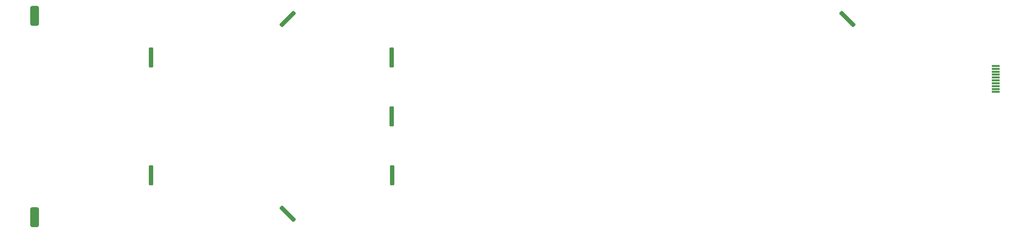
<source format=gtp>
G04 Layer_Color=8421504*
%FSLAX44Y44*%
%MOMM*%
G71*
G01*
G75*
%ADD10R,2.7000X0.7100*%
G04:AMPARAMS|DCode=11|XSize=7mm|YSize=1.5mm|CornerRadius=0.375mm|HoleSize=0mm|Usage=FLASHONLY|Rotation=270.000|XOffset=0mm|YOffset=0mm|HoleType=Round|Shape=RoundedRectangle|*
%AMROUNDEDRECTD11*
21,1,7.0000,0.7500,0,0,270.0*
21,1,6.2500,1.5000,0,0,270.0*
1,1,0.7500,-0.3750,-3.1250*
1,1,0.7500,-0.3750,3.1250*
1,1,0.7500,0.3750,3.1250*
1,1,0.7500,0.3750,-3.1250*
%
%ADD11ROUNDEDRECTD11*%
G04:AMPARAMS|DCode=12|XSize=7mm|YSize=3mm|CornerRadius=0.75mm|HoleSize=0mm|Usage=FLASHONLY|Rotation=90.000|XOffset=0mm|YOffset=0mm|HoleType=Round|Shape=RoundedRectangle|*
%AMROUNDEDRECTD12*
21,1,7.0000,1.5000,0,0,90.0*
21,1,5.5000,3.0000,0,0,90.0*
1,1,1.5000,0.7500,2.7500*
1,1,1.5000,0.7500,-2.7500*
1,1,1.5000,-0.7500,-2.7500*
1,1,1.5000,-0.7500,2.7500*
%
%ADD12ROUNDEDRECTD12*%
G04:AMPARAMS|DCode=13|XSize=7mm|YSize=1.5mm|CornerRadius=0.375mm|HoleSize=0mm|Usage=FLASHONLY|Rotation=225.000|XOffset=0mm|YOffset=0mm|HoleType=Round|Shape=RoundedRectangle|*
%AMROUNDEDRECTD13*
21,1,7.0000,0.7500,0,0,225.0*
21,1,6.2500,1.5000,0,0,225.0*
1,1,0.7500,-2.4749,-1.9445*
1,1,0.7500,1.9445,2.4749*
1,1,0.7500,2.4749,1.9445*
1,1,0.7500,-1.9445,-2.4749*
%
%ADD13ROUNDEDRECTD13*%
G04:AMPARAMS|DCode=14|XSize=7mm|YSize=1.5mm|CornerRadius=0.375mm|HoleSize=0mm|Usage=FLASHONLY|Rotation=135.000|XOffset=0mm|YOffset=0mm|HoleType=Round|Shape=RoundedRectangle|*
%AMROUNDEDRECTD14*
21,1,7.0000,0.7500,0,0,135.0*
21,1,6.2500,1.5000,0,0,135.0*
1,1,0.7500,-1.9445,2.4749*
1,1,0.7500,2.4749,-1.9445*
1,1,0.7500,1.9445,-2.4749*
1,1,0.7500,-2.4749,1.9445*
%
%ADD14ROUNDEDRECTD14*%
D10*
X3773600Y538400D02*
D03*
Y548400D02*
D03*
Y518400D02*
D03*
Y528400D02*
D03*
Y498400D02*
D03*
Y508400D02*
D03*
Y568400D02*
D03*
Y558400D02*
D03*
Y588400D02*
D03*
Y578400D02*
D03*
D11*
X837500Y208000D02*
D03*
Y618000D02*
D03*
X1675600Y208000D02*
D03*
X1673700Y413000D02*
D03*
Y618000D02*
D03*
D12*
X433000Y62700D02*
D03*
Y762700D02*
D03*
D13*
X1312200Y752000D02*
D03*
D14*
X1312200Y74600D02*
D03*
X3258400Y751500D02*
D03*
M02*

</source>
